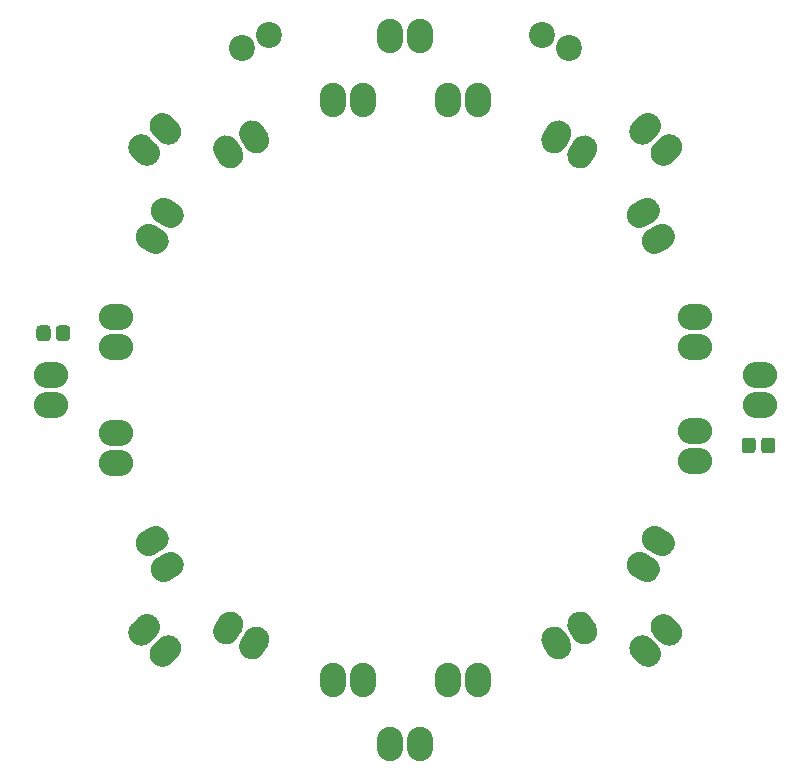
<source format=gbs>
G04 #@! TF.GenerationSoftware,KiCad,Pcbnew,(5.1.9)-1*
G04 #@! TF.CreationDate,2021-10-29T13:55:56-03:00*
G04 #@! TF.ProjectId,RG_Led_ring,52475f4c-6564-45f7-9269-6e672e6b6963,rev?*
G04 #@! TF.SameCoordinates,Original*
G04 #@! TF.FileFunction,Soldermask,Bot*
G04 #@! TF.FilePolarity,Negative*
%FSLAX46Y46*%
G04 Gerber Fmt 4.6, Leading zero omitted, Abs format (unit mm)*
G04 Created by KiCad (PCBNEW (5.1.9)-1) date 2021-10-29 13:55:56*
%MOMM*%
%LPD*%
G01*
G04 APERTURE LIST*
%ADD10O,2.900000X2.200000*%
%ADD11C,2.200000*%
%ADD12O,2.200000X2.900000*%
G04 APERTURE END LIST*
D10*
X125480000Y-93850000D03*
X125480000Y-96390000D03*
G36*
G01*
X180125000Y-105075000D02*
X180125000Y-104325000D01*
G75*
G02*
X180425000Y-104025000I300000J0D01*
G01*
X181025000Y-104025000D01*
G75*
G02*
X181325000Y-104325000I0J-300000D01*
G01*
X181325000Y-105075000D01*
G75*
G02*
X181025000Y-105375000I-300000J0D01*
G01*
X180425000Y-105375000D01*
G75*
G02*
X180125000Y-105075000I0J300000D01*
G01*
G37*
G36*
G01*
X178475000Y-105075000D02*
X178475000Y-104325000D01*
G75*
G02*
X178775000Y-104025000I300000J0D01*
G01*
X179375000Y-104025000D01*
G75*
G02*
X179675000Y-104325000I0J-300000D01*
G01*
X179675000Y-105075000D01*
G75*
G02*
X179375000Y-105375000I-300000J0D01*
G01*
X178775000Y-105375000D01*
G75*
G02*
X178475000Y-105075000I0J300000D01*
G01*
G37*
G36*
G01*
X119975000Y-94825000D02*
X119975000Y-95575000D01*
G75*
G02*
X119675000Y-95875000I-300000J0D01*
G01*
X119075000Y-95875000D01*
G75*
G02*
X118775000Y-95575000I0J300000D01*
G01*
X118775000Y-94825000D01*
G75*
G02*
X119075000Y-94525000I300000J0D01*
G01*
X119675000Y-94525000D01*
G75*
G02*
X119975000Y-94825000I0J-300000D01*
G01*
G37*
G36*
G01*
X121625000Y-94825000D02*
X121625000Y-95575000D01*
G75*
G02*
X121325000Y-95875000I-300000J0D01*
G01*
X120725000Y-95875000D01*
G75*
G02*
X120425000Y-95575000I0J300000D01*
G01*
X120425000Y-94825000D01*
G75*
G02*
X120725000Y-94525000I300000J0D01*
G01*
X121325000Y-94525000D01*
G75*
G02*
X121625000Y-94825000I0J-300000D01*
G01*
G37*
D11*
X161567115Y-69971727D03*
X163832885Y-71028273D03*
X136167115Y-71028273D03*
X138432885Y-69971727D03*
D10*
X180000000Y-98730000D03*
X180000000Y-101270000D03*
G36*
G01*
X171337278Y-78422304D02*
X170842304Y-78917278D01*
G75*
G02*
X169286670Y-78917278I-777817J777817D01*
G01*
X169286670Y-78917278D01*
G75*
G02*
X169286670Y-77361644I777817J777817D01*
G01*
X169781644Y-76866670D01*
G75*
G02*
X171337278Y-76866670I777817J-777817D01*
G01*
X171337278Y-76866670D01*
G75*
G02*
X171337278Y-78422304I-777817J-777817D01*
G01*
G37*
G36*
G01*
X173133330Y-80218356D02*
X172638356Y-80713330D01*
G75*
G02*
X171082722Y-80713330I-777817J777817D01*
G01*
X171082722Y-80713330D01*
G75*
G02*
X171082722Y-79157696I777817J777817D01*
G01*
X171577696Y-78662722D01*
G75*
G02*
X173133330Y-78662722I777817J-777817D01*
G01*
X173133330Y-78662722D01*
G75*
G02*
X173133330Y-80218356I-777817J-777817D01*
G01*
G37*
D12*
X148730000Y-70000000D03*
X151270000Y-70000000D03*
G36*
G01*
X128422304Y-78662722D02*
X128917278Y-79157696D01*
G75*
G02*
X128917278Y-80713330I-777817J-777817D01*
G01*
X128917278Y-80713330D01*
G75*
G02*
X127361644Y-80713330I-777817J777817D01*
G01*
X126866670Y-80218356D01*
G75*
G02*
X126866670Y-78662722I777817J777817D01*
G01*
X126866670Y-78662722D01*
G75*
G02*
X128422304Y-78662722I777817J-777817D01*
G01*
G37*
G36*
G01*
X130218356Y-76866670D02*
X130713330Y-77361644D01*
G75*
G02*
X130713330Y-78917278I-777817J-777817D01*
G01*
X130713330Y-78917278D01*
G75*
G02*
X129157696Y-78917278I-777817J777817D01*
G01*
X128662722Y-78422304D01*
G75*
G02*
X128662722Y-76866670I777817J777817D01*
G01*
X128662722Y-76866670D01*
G75*
G02*
X130218356Y-76866670I777817J-777817D01*
G01*
G37*
D10*
X120000000Y-101270000D03*
X120000000Y-98730000D03*
G36*
G01*
X128662722Y-121577696D02*
X129157696Y-121082722D01*
G75*
G02*
X130713330Y-121082722I777817J-777817D01*
G01*
X130713330Y-121082722D01*
G75*
G02*
X130713330Y-122638356I-777817J-777817D01*
G01*
X130218356Y-123133330D01*
G75*
G02*
X128662722Y-123133330I-777817J777817D01*
G01*
X128662722Y-123133330D01*
G75*
G02*
X128662722Y-121577696I777817J777817D01*
G01*
G37*
G36*
G01*
X126866670Y-119781644D02*
X127361644Y-119286670D01*
G75*
G02*
X128917278Y-119286670I777817J-777817D01*
G01*
X128917278Y-119286670D01*
G75*
G02*
X128917278Y-120842304I-777817J-777817D01*
G01*
X128422304Y-121337278D01*
G75*
G02*
X126866670Y-121337278I-777817J777817D01*
G01*
X126866670Y-121337278D01*
G75*
G02*
X126866670Y-119781644I777817J777817D01*
G01*
G37*
D12*
X151270000Y-130000000D03*
X148730000Y-130000000D03*
G36*
G01*
X171577696Y-121337278D02*
X171082722Y-120842304D01*
G75*
G02*
X171082722Y-119286670I777817J777817D01*
G01*
X171082722Y-119286670D01*
G75*
G02*
X172638356Y-119286670I777817J-777817D01*
G01*
X173133330Y-119781644D01*
G75*
G02*
X173133330Y-121337278I-777817J-777817D01*
G01*
X173133330Y-121337278D01*
G75*
G02*
X171577696Y-121337278I-777817J777817D01*
G01*
G37*
G36*
G01*
X169781644Y-123133330D02*
X169286670Y-122638356D01*
G75*
G02*
X169286670Y-121082722I777817J777817D01*
G01*
X169286670Y-121082722D01*
G75*
G02*
X170842304Y-121082722I777817J-777817D01*
G01*
X171337278Y-121577696D01*
G75*
G02*
X171337278Y-123133330I-777817J-777817D01*
G01*
X171337278Y-123133330D01*
G75*
G02*
X169781644Y-123133330I-777817J777817D01*
G01*
G37*
D10*
X174520000Y-105990000D03*
X174520000Y-103450000D03*
G36*
G01*
X170401891Y-113862224D02*
X171008109Y-114212224D01*
G75*
G02*
X171410737Y-115714852I-550000J-952628D01*
G01*
X171410737Y-115714852D01*
G75*
G02*
X169908109Y-116117480I-952628J550000D01*
G01*
X169301891Y-115767480D01*
G75*
G02*
X168899263Y-114264852I550000J952628D01*
G01*
X168899263Y-114264852D01*
G75*
G02*
X170401891Y-113862224I952628J-550000D01*
G01*
G37*
G36*
G01*
X171671891Y-111662520D02*
X172278109Y-112012520D01*
G75*
G02*
X172680737Y-113515148I-550000J-952628D01*
G01*
X172680737Y-113515148D01*
G75*
G02*
X171178109Y-113917776I-952628J550000D01*
G01*
X170571891Y-113567776D01*
G75*
G02*
X170169263Y-112065148I550000J952628D01*
G01*
X170169263Y-112065148D01*
G75*
G02*
X171671891Y-111662520I952628J-550000D01*
G01*
G37*
G36*
G01*
X163567776Y-120571891D02*
X163917776Y-121178109D01*
G75*
G02*
X163515148Y-122680737I-952628J-550000D01*
G01*
X163515148Y-122680737D01*
G75*
G02*
X162012520Y-122278109I-550000J952628D01*
G01*
X161662520Y-121671891D01*
G75*
G02*
X162065148Y-120169263I952628J550000D01*
G01*
X162065148Y-120169263D01*
G75*
G02*
X163567776Y-120571891I550000J-952628D01*
G01*
G37*
G36*
G01*
X165767480Y-119301891D02*
X166117480Y-119908109D01*
G75*
G02*
X165714852Y-121410737I-952628J-550000D01*
G01*
X165714852Y-121410737D01*
G75*
G02*
X164212224Y-121008109I-550000J952628D01*
G01*
X163862224Y-120401891D01*
G75*
G02*
X164264852Y-118899263I952628J550000D01*
G01*
X164264852Y-118899263D01*
G75*
G02*
X165767480Y-119301891I550000J-952628D01*
G01*
G37*
D12*
X153610000Y-124520000D03*
X156150000Y-124520000D03*
X143850000Y-124520000D03*
X146390000Y-124520000D03*
G36*
G01*
X136137776Y-120401891D02*
X135787776Y-121008109D01*
G75*
G02*
X134285148Y-121410737I-952628J550000D01*
G01*
X134285148Y-121410737D01*
G75*
G02*
X133882520Y-119908109I550000J952628D01*
G01*
X134232520Y-119301891D01*
G75*
G02*
X135735148Y-118899263I952628J-550000D01*
G01*
X135735148Y-118899263D01*
G75*
G02*
X136137776Y-120401891I-550000J-952628D01*
G01*
G37*
G36*
G01*
X138337480Y-121671891D02*
X137987480Y-122278109D01*
G75*
G02*
X136484852Y-122680737I-952628J550000D01*
G01*
X136484852Y-122680737D01*
G75*
G02*
X136082224Y-121178109I550000J952628D01*
G01*
X136432224Y-120571891D01*
G75*
G02*
X137934852Y-120169263I952628J-550000D01*
G01*
X137934852Y-120169263D01*
G75*
G02*
X138337480Y-121671891I-550000J-952628D01*
G01*
G37*
G36*
G01*
X129428109Y-113567776D02*
X128821891Y-113917776D01*
G75*
G02*
X127319263Y-113515148I-550000J952628D01*
G01*
X127319263Y-113515148D01*
G75*
G02*
X127721891Y-112012520I952628J550000D01*
G01*
X128328109Y-111662520D01*
G75*
G02*
X129830737Y-112065148I550000J-952628D01*
G01*
X129830737Y-112065148D01*
G75*
G02*
X129428109Y-113567776I-952628J-550000D01*
G01*
G37*
G36*
G01*
X130698109Y-115767480D02*
X130091891Y-116117480D01*
G75*
G02*
X128589263Y-115714852I-550000J952628D01*
G01*
X128589263Y-115714852D01*
G75*
G02*
X128991891Y-114212224I952628J550000D01*
G01*
X129598109Y-113862224D01*
G75*
G02*
X131100737Y-114264852I550000J-952628D01*
G01*
X131100737Y-114264852D01*
G75*
G02*
X130698109Y-115767480I-952628J-550000D01*
G01*
G37*
D10*
X125480000Y-103610000D03*
X125480000Y-106150000D03*
G36*
G01*
X129598109Y-86137776D02*
X128991891Y-85787776D01*
G75*
G02*
X128589263Y-84285148I550000J952628D01*
G01*
X128589263Y-84285148D01*
G75*
G02*
X130091891Y-83882520I952628J-550000D01*
G01*
X130698109Y-84232520D01*
G75*
G02*
X131100737Y-85735148I-550000J-952628D01*
G01*
X131100737Y-85735148D01*
G75*
G02*
X129598109Y-86137776I-952628J550000D01*
G01*
G37*
G36*
G01*
X128328109Y-88337480D02*
X127721891Y-87987480D01*
G75*
G02*
X127319263Y-86484852I550000J952628D01*
G01*
X127319263Y-86484852D01*
G75*
G02*
X128821891Y-86082224I952628J-550000D01*
G01*
X129428109Y-86432224D01*
G75*
G02*
X129830737Y-87934852I-550000J-952628D01*
G01*
X129830737Y-87934852D01*
G75*
G02*
X128328109Y-88337480I-952628J550000D01*
G01*
G37*
G36*
G01*
X136432224Y-79428109D02*
X136082224Y-78821891D01*
G75*
G02*
X136484852Y-77319263I952628J550000D01*
G01*
X136484852Y-77319263D01*
G75*
G02*
X137987480Y-77721891I550000J-952628D01*
G01*
X138337480Y-78328109D01*
G75*
G02*
X137934852Y-79830737I-952628J-550000D01*
G01*
X137934852Y-79830737D01*
G75*
G02*
X136432224Y-79428109I-550000J952628D01*
G01*
G37*
G36*
G01*
X134232520Y-80698109D02*
X133882520Y-80091891D01*
G75*
G02*
X134285148Y-78589263I952628J550000D01*
G01*
X134285148Y-78589263D01*
G75*
G02*
X135787776Y-78991891I550000J-952628D01*
G01*
X136137776Y-79598109D01*
G75*
G02*
X135735148Y-81100737I-952628J-550000D01*
G01*
X135735148Y-81100737D01*
G75*
G02*
X134232520Y-80698109I-550000J952628D01*
G01*
G37*
D12*
X146390000Y-75480000D03*
X143850000Y-75480000D03*
X156150000Y-75480000D03*
X153610000Y-75480000D03*
G36*
G01*
X163862224Y-79598109D02*
X164212224Y-78991891D01*
G75*
G02*
X165714852Y-78589263I952628J-550000D01*
G01*
X165714852Y-78589263D01*
G75*
G02*
X166117480Y-80091891I-550000J-952628D01*
G01*
X165767480Y-80698109D01*
G75*
G02*
X164264852Y-81100737I-952628J550000D01*
G01*
X164264852Y-81100737D01*
G75*
G02*
X163862224Y-79598109I550000J952628D01*
G01*
G37*
G36*
G01*
X161662520Y-78328109D02*
X162012520Y-77721891D01*
G75*
G02*
X163515148Y-77319263I952628J-550000D01*
G01*
X163515148Y-77319263D01*
G75*
G02*
X163917776Y-78821891I-550000J-952628D01*
G01*
X163567776Y-79428109D01*
G75*
G02*
X162065148Y-79830737I-952628J550000D01*
G01*
X162065148Y-79830737D01*
G75*
G02*
X161662520Y-78328109I550000J952628D01*
G01*
G37*
G36*
G01*
X170571891Y-86432224D02*
X171178109Y-86082224D01*
G75*
G02*
X172680737Y-86484852I550000J-952628D01*
G01*
X172680737Y-86484852D01*
G75*
G02*
X172278109Y-87987480I-952628J-550000D01*
G01*
X171671891Y-88337480D01*
G75*
G02*
X170169263Y-87934852I-550000J952628D01*
G01*
X170169263Y-87934852D01*
G75*
G02*
X170571891Y-86432224I952628J550000D01*
G01*
G37*
G36*
G01*
X169301891Y-84232520D02*
X169908109Y-83882520D01*
G75*
G02*
X171410737Y-84285148I550000J-952628D01*
G01*
X171410737Y-84285148D01*
G75*
G02*
X171008109Y-85787776I-952628J-550000D01*
G01*
X170401891Y-86137776D01*
G75*
G02*
X168899263Y-85735148I-550000J952628D01*
G01*
X168899263Y-85735148D01*
G75*
G02*
X169301891Y-84232520I952628J550000D01*
G01*
G37*
D10*
X174520000Y-96390000D03*
X174520000Y-93850000D03*
M02*

</source>
